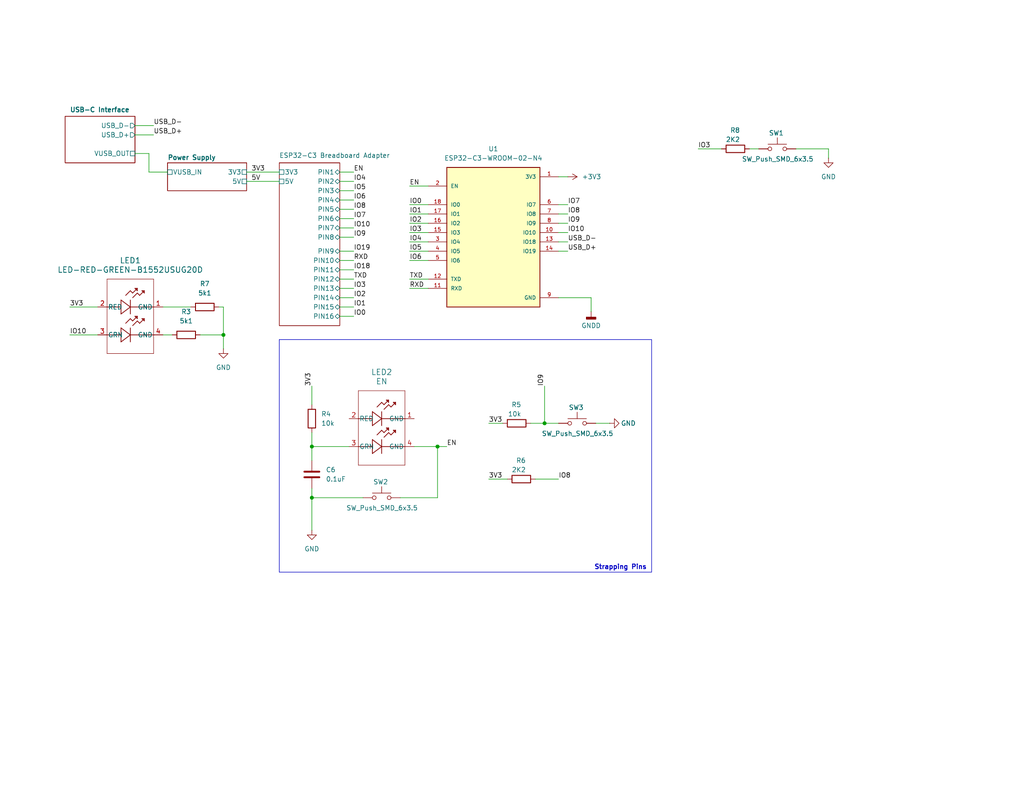
<source format=kicad_sch>
(kicad_sch (version 20231120) (generator "eeschema") (generator_version "8.0")
  (paper "USLetter")
  (title_block (title "ESP32-C3 Breadboard Adapter.") (date "2024-08-10") (rev "5"))
  (lib_symbols
    (symbol "Alexander KiCad Libraries:ESP32-C3-WROOM-02-N4" (pin_names (offset 1.016))
      (property "Reference" "U" (at -12.7 21.082 0))
      (property "Value" "ESP32-C3-WROOM-02-N4" (at -13.208 -19.05 0))
      (symbol "ESP32-C3-WROOM-02-N4_0_0"
        (rectangle (start -12.7 20.32) (end 12.7 -17.78) (stroke (width 0.254)) (fill (type background)))
        (pin power_in line (at 17.78 17.78 180) (length 5.08) (name "3V3") (number "1"))
        (pin bidirectional line (at 17.78 2.54 180) (length 5.08) (name "IO10") (number "10"))
        (pin bidirectional line (at -17.78 -12.7 0) (length 5.08) (name "RXD") (number "11"))
        (pin bidirectional line (at -17.78 -10.16 0) (length 5.08) (name "TXD") (number "12"))
        (pin bidirectional line (at 17.78 0 180) (length 5.08) (name "IO18") (number "13"))
        (pin bidirectional line (at 17.78 -2.54 180) (length 5.08) (name "IO19") (number "14"))
        (pin bidirectional line (at -17.78 2.54 0) (length 5.08) (name "IO3") (number "15"))
        (pin bidirectional line (at -17.78 5.08 0) (length 5.08) (name "IO2") (number "16"))
        (pin bidirectional line (at -17.78 7.62 0) (length 5.08) (name "IO1") (number "17"))
        (pin bidirectional line (at -17.78 10.16 0) (length 5.08) (name "IO0") (number "18"))
        (pin power_in line (at 17.78 -15.24 180) (length 5.08) hide (name "GND__1") (number "19"))
        (pin input line (at -17.78 15.24 0) (length 5.08) (name "EN") (number "2"))
        (pin power_in line (at 17.78 -15.24 180) (length 5.08) hide (name "GND__2") (number "20"))
        (pin power_in line (at 17.78 -15.24 180) (length 5.08) hide (name "GND__3") (number "21"))
        (pin power_in line (at 17.78 -15.24 180) (length 5.08) hide (name "GND__4") (number "22"))
        (pin power_in line (at 17.78 -15.24 180) (length 5.08) hide (name "GND__5") (number "23"))
        (pin power_in line (at 17.78 -15.24 180) (length 5.08) hide (name "GND__6") (number "24"))
        (pin power_in line (at 17.78 -15.24 180) (length 5.08) hide (name "GND__7") (number "25"))
        (pin power_in line (at 17.78 -15.24 180) (length 5.08) hide (name "GND__8") (number "26"))
        (pin power_in line (at 17.78 -15.24 180) (length 5.08) hide (name "GND__9") (number "27"))
        (pin power_in line (at 17.78 -15.24 180) (length 5.08) hide (name "GND__10") (number "28"))
        (pin power_in line (at 17.78 -15.24 180) (length 5.08) hide (name "GND__11") (number "29"))
        (pin bidirectional line (at -17.78 0 0) (length 5.08) (name "IO4") (number "3"))
        (pin power_in line (at 17.78 -15.24 180) (length 5.08) hide (name "GND__12") (number "30"))
        (pin power_in line (at 17.78 -15.24 180) (length 5.08) hide (name "GND__13") (number "31"))
        (pin power_in line (at 17.78 -15.24 180) (length 5.08) hide (name "GND__14") (number "32"))
        (pin power_in line (at 17.78 -15.24 180) (length 5.08) hide (name "GND__15") (number "33"))
        (pin power_in line (at 17.78 -15.24 180) (length 5.08) hide (name "GND__16") (number "34"))
        (pin power_in line (at 17.78 -15.24 180) (length 5.08) hide (name "GND__17") (number "35"))
        (pin power_in line (at 17.78 -15.24 180) (length 5.08) hide (name "GND__18") (number "36"))
        (pin power_in line (at 17.78 -15.24 180) (length 5.08) hide (name "GND__19") (number "37"))
        (pin power_in line (at 17.78 -15.24 180) (length 5.08) hide (name "GND__20") (number "38"))
        (pin power_in line (at 17.78 -15.24 180) (length 5.08) hide (name "GND__21") (number "39"))
        (pin bidirectional line (at -17.78 -2.54 0) (length 5.08) (name "IO5") (number "4"))
        (pin bidirectional line (at -17.78 -5.08 0) (length 5.08) (name "IO6") (number "5"))
        (pin bidirectional line (at 17.78 10.16 180) (length 5.08) (name "IO7") (number "6"))
        (pin bidirectional line (at 17.78 7.62 180) (length 5.08) (name "IO8") (number "7"))
        (pin bidirectional line (at 17.78 5.08 180) (length 5.08) (name "IO9") (number "8"))
        (pin power_in line (at 17.78 -15.24 180) (length 5.08) (name "GND") (number "9"))
      )
    )
    (symbol "Alexander_Library_Symbols:LED-RED-GREEN-B1552USUG20D" (pin_names (offset 0.254))
      (property "Reference" "LED" (at 8.89 20.955 0))
      (property "Value" "LED-RED-GREEN-B1552USUG20D" (at 8.89 17.78 0))
      (symbol "LED-RED-GREEN-B1552USUG20D_0_1"
        (polyline (pts (xy 2.54 -12.7) (xy 15.24 -12.7)) (stroke (width 0.127)))
        (polyline (pts (xy 2.54 -7.62) (xy 6.0198 -7.62)) (stroke (width 0.2032)))
        (polyline (pts (xy 2.54 0) (xy 6.0198 0)) (stroke (width 0.2032)))
        (polyline (pts (xy 2.54 7.62) (xy 2.54 -12.7)) (stroke (width 0.127)))
        (polyline (pts (xy 5.715 -7.62) (xy 6.35 -7.62)) (stroke (width 0.2032)))
        (polyline (pts (xy 5.715 0) (xy 6.35 0)) (stroke (width 0.2032)))
        (polyline (pts (xy 6.35 -9.525) (xy 8.89 -7.62)) (stroke (width 0.2032)))
        (polyline (pts (xy 6.35 -5.715) (xy 6.35 -9.525)) (stroke (width 0.2032)))
        (polyline (pts (xy 6.35 -1.905) (xy 8.89 0)) (stroke (width 0.2032)))
        (polyline (pts (xy 6.35 1.905) (xy 6.35 -1.905)) (stroke (width 0.2032)))
        (polyline (pts (xy 7.62 -4.445) (xy 8.89 -3.175)) (stroke (width 0.2032)))
        (polyline (pts (xy 7.62 3.175) (xy 8.89 4.445)) (stroke (width 0.2032)))
        (polyline (pts (xy 8.89 -9.525) (xy 8.89 -5.715)) (stroke (width 0.2032)))
        (polyline (pts (xy 8.89 -7.62) (xy 6.35 -5.715)) (stroke (width 0.2032)))
        (polyline (pts (xy 8.89 -7.62) (xy 15.24 -7.62)) (stroke (width 0.2032)))
        (polyline (pts (xy 8.89 -3.175) (xy 9.525 -3.81)) (stroke (width 0.2032)))
        (polyline (pts (xy 8.89 -1.905) (xy 8.89 1.905)) (stroke (width 0.2032)))
        (polyline (pts (xy 8.89 0) (xy 6.35 1.905)) (stroke (width 0.2032)))
        (polyline (pts (xy 8.89 0) (xy 15.24 0)) (stroke (width 0.2032)))
        (polyline (pts (xy 8.89 4.445) (xy 9.525 3.81)) (stroke (width 0.2032)))
        (polyline (pts (xy 9.525 -5.08) (xy 10.795 -3.81)) (stroke (width 0.2032)))
        (polyline (pts (xy 9.525 -3.81) (xy 10.795 -2.54)) (stroke (width 0.2032)))
        (polyline (pts (xy 9.525 2.54) (xy 10.795 3.81)) (stroke (width 0.2032)))
        (polyline (pts (xy 9.525 3.81) (xy 10.795 5.08)) (stroke (width 0.2032)))
        (polyline (pts (xy 10.16 -2.54) (xy 10.795 -3.175)) (stroke (width 0.2032)))
        (polyline (pts (xy 10.16 5.08) (xy 10.795 4.445)) (stroke (width 0.2032)))
        (polyline (pts (xy 10.795 -3.81) (xy 11.43 -4.445)) (stroke (width 0.2032)))
        (polyline (pts (xy 10.795 -3.175) (xy 10.795 -2.54)) (stroke (width 0.2032)))
        (polyline (pts (xy 10.795 -2.54) (xy 10.16 -2.54)) (stroke (width 0.2032)))
        (polyline (pts (xy 10.795 3.81) (xy 11.43 3.175)) (stroke (width 0.2032)))
        (polyline (pts (xy 10.795 4.445) (xy 10.795 5.08)) (stroke (width 0.2032)))
        (polyline (pts (xy 10.795 5.08) (xy 10.16 5.08)) (stroke (width 0.2032)))
        (polyline (pts (xy 11.43 -4.445) (xy 12.7 -3.175)) (stroke (width 0.2032)))
        (polyline (pts (xy 11.43 3.175) (xy 12.7 4.445)) (stroke (width 0.2032)))
        (polyline (pts (xy 12.065 -3.175) (xy 12.7 -3.81)) (stroke (width 0.2032)))
        (polyline (pts (xy 12.065 4.445) (xy 12.7 3.81)) (stroke (width 0.2032)))
        (polyline (pts (xy 12.7 -3.81) (xy 12.7 -3.175)) (stroke (width 0.2032)))
        (polyline (pts (xy 12.7 -3.175) (xy 12.065 -3.175)) (stroke (width 0.2032)))
        (polyline (pts (xy 12.7 3.81) (xy 12.7 4.445)) (stroke (width 0.2032)))
        (polyline (pts (xy 12.7 4.445) (xy 12.065 4.445)) (stroke (width 0.2032)))
        (polyline (pts (xy 15.24 -12.7) (xy 15.24 7.62)) (stroke (width 0.127)))
        (polyline (pts (xy 15.24 7.62) (xy 2.54 7.62)) (stroke (width 0.127)))
        (pin power_in line (at 17.78 0 180) (length 2.54) (name "GND") (number "1"))
        (pin power_out line (at 0 0 0) (length 2.54) (name "RED") (number "2"))
        (pin power_in line (at 0 -7.62 0) (length 2.54) (name "GRN") (number "3"))
        (pin power_out line (at 17.78 -7.62 180) (length 2.54) (name "GND") (number "4"))
      )
    )
    (symbol "Alexander_Library_Symbols:SW_Push_SMD_6x3.5" (pin_numbers hide) (pin_names (offset 1.016) hide)
      (property "Reference" "SW" (at 1.27 2.54 0))
      (property "Value" "SW_Push_SMD_6x3.5" (at 0 -1.524 0))
      (symbol "SW_Push_SMD_6x3.5_0_1"
        (circle (center -2.032 0) (radius 0.508))
        (polyline (pts (xy 0 1.27) (xy 0 3.048)))
        (polyline (pts (xy 2.54 1.27) (xy -2.54 1.27)))
        (circle (center 2.032 0) (radius 0.508))
        (pin passive line (at -5.08 0 0) (length 2.54) (name "1") (number "1"))
        (pin passive line (at 5.08 0 180) (length 2.54) (name "2") (number "2"))
      )
    )
    (symbol "Device:C" (pin_numbers hide) (pin_names (offset 0.254))
      (property "Reference" "C" (at 0.635 2.54 0))
      (property "Value" "C" (at 0.635 -2.54 0))
      (symbol "C_0_1"
        (polyline (pts (xy -2.032 -0.762) (xy 2.032 -0.762)) (stroke (width 0.508)))
        (polyline (pts (xy -2.032 0.762) (xy 2.032 0.762)) (stroke (width 0.508)))
      )
      (symbol "C_1_1"
        (pin passive line (at 0 3.81 270) (length 2.794) (name "~") (number "1"))
        (pin passive line (at 0 -3.81 90) (length 2.794) (name "~") (number "2"))
      )
    )
    (symbol "Device:R" (pin_numbers hide) (pin_names (offset 0))
      (property "Reference" "R" (at 2.032 0 90))
      (property "Value" "R" (at 0 0 90))
      (symbol "R_0_1"
        (rectangle (start -1.016 -2.54) (end 1.016 2.54) (stroke (width 0.254)))
      )
      (symbol "R_1_1"
        (pin passive line (at 0 3.81 270) (length 1.27) (name "~") (number "1"))
        (pin passive line (at 0 -3.81 90) (length 1.27) (name "~") (number "2"))
      )
    )
    (symbol "power:+3V3" (power) (pin_numbers hide) (pin_names (offset 0) hide)
      (property "Value" "+3V3" (at 0 3.556 0))
      (symbol "+3V3_0_1"
        (polyline (pts (xy -0.762 1.27) (xy 0 2.54)))
        (polyline (pts (xy 0 0) (xy 0 2.54)))
        (polyline (pts (xy 0 2.54) (xy 0.762 1.27)))
      )
      (symbol "+3V3_1_1"
        (pin power_in line (at 0 0 90) (length 0) (name "~") (number "1"))
      )
    )
    (symbol "power:GND" (power) (pin_numbers hide) (pin_names (offset 0) hide)
      (property "Value" "GND" (at 0 -3.81 0))
      (symbol "GND_0_1"
        (polyline (pts (xy 0 0) (xy 0 -1.27) (xy 1.27 -1.27) (xy 0 -2.54) (xy -1.27 -1.27) (xy 0 -1.27)))
      )
      (symbol "GND_1_1"
        (pin power_in line (at 0 0 270) (length 0) (name "~") (number "1"))
      )
    )
    (symbol "power:GNDD" (power) (pin_numbers hide) (pin_names (offset 0) hide)
      (property "Value" "GNDD" (at 0 -3.175 0))
      (symbol "GNDD_0_1"
        (rectangle (start -1.27 -1.524) (end 1.27 -2.032) (stroke (width 0.254)) (fill (type outline)))
        (polyline (pts (xy 0 0) (xy 0 -1.524)))
      )
      (symbol "GNDD_1_1"
        (pin power_in line (at 0 0 270) (length 0) (name "~") (number "1"))
      )
    )
  )
  (junction (at 148.59 115.57))
  (junction (at 119.38 121.92))
  (junction (at 60.96 91.44))
  (junction (at 85.09 121.92))
  (junction (at 85.09 135.89))
  (wire (pts (xy 119.38 121.92) (xy 121.92 121.92)))
  (wire (pts (xy 92.71 59.69) (xy 96.52 59.69)))
  (wire (pts (xy 36.83 34.29) (xy 41.91 34.29)))
  (wire (pts (xy 152.4 68.58) (xy 154.94 68.58)))
  (wire (pts (xy 92.71 68.58) (xy 96.52 68.58)))
  (wire (pts (xy 162.56 115.57) (xy 166.37 115.57)))
  (wire (pts (xy 92.71 49.53) (xy 96.52 49.53)))
  (wire (pts (xy 92.71 83.82) (xy 96.52 83.82)))
  (wire (pts (xy 152.4 81.28) (xy 161.29 81.28)))
  (wire (pts (xy 60.96 83.82) (xy 60.96 91.44)))
  (wire (pts (xy 119.38 135.89) (xy 119.38 121.92)))
  (wire (pts (xy 154.94 48.26) (xy 152.4 48.26)))
  (wire (pts (xy 92.71 81.28) (xy 96.52 81.28)))
  (wire (pts (xy 92.71 73.66) (xy 96.52 73.66)))
  (wire (pts (xy 111.76 68.58) (xy 116.84 68.58)))
  (wire (pts (xy 144.78 115.57) (xy 148.59 115.57)))
  (wire (pts (xy 85.09 121.92) (xy 85.09 118.11)))
  (wire (pts (xy 152.4 115.57) (xy 148.59 115.57)))
  (wire (pts (xy 85.09 121.92) (xy 95.25 121.92)))
  (wire (pts (xy 36.83 36.83) (xy 41.91 36.83)))
  (wire (pts (xy 92.71 52.07) (xy 96.52 52.07)))
  (wire (pts (xy 92.71 62.23) (xy 96.52 62.23)))
  (wire (pts (xy 133.35 115.57) (xy 137.16 115.57)))
  (wire (pts (xy 152.4 66.04) (xy 154.94 66.04)))
  (wire (pts (xy 146.05 130.81) (xy 152.4 130.81)))
  (wire (pts (xy 148.59 115.57) (xy 148.59 105.41)))
  (wire (pts (xy 113.03 121.92) (xy 119.38 121.92)))
  (wire (pts (xy 92.71 46.99) (xy 96.52 46.99)))
  (wire (pts (xy 92.71 76.2) (xy 96.52 76.2)))
  (wire (pts (xy 92.71 86.36) (xy 96.52 86.36)))
  (wire (pts (xy 92.71 64.77) (xy 96.52 64.77)))
  (wire (pts (xy 109.22 135.89) (xy 119.38 135.89)))
  (wire (pts (xy 111.76 66.04) (xy 116.84 66.04)))
  (wire (pts (xy 40.64 46.99) (xy 40.64 41.91)))
  (wire (pts (xy 92.71 78.74) (xy 96.52 78.74)))
  (wire (pts (xy 19.05 91.44) (xy 26.67 91.44)))
  (wire (pts (xy 111.76 60.96) (xy 116.84 60.96)))
  (wire (pts (xy 111.76 63.5) (xy 116.84 63.5)))
  (wire (pts (xy 111.76 76.2) (xy 116.84 76.2)))
  (wire (pts (xy 54.61 91.44) (xy 60.96 91.44)))
  (wire (pts (xy 111.76 78.74) (xy 116.84 78.74)))
  (wire (pts (xy 59.69 83.82) (xy 60.96 83.82)))
  (wire (pts (xy 67.31 46.99) (xy 76.2 46.99)))
  (wire (pts (xy 40.64 41.91) (xy 36.83 41.91)))
  (wire (pts (xy 44.45 91.44) (xy 46.99 91.44)))
  (wire (pts (xy 45.72 46.99) (xy 40.64 46.99)))
  (wire (pts (xy 226.06 43.18) (xy 226.06 40.64)))
  (wire (pts (xy 60.96 91.44) (xy 60.96 95.25)))
  (wire (pts (xy 152.4 58.42) (xy 154.94 58.42)))
  (wire (pts (xy 111.76 50.8) (xy 116.84 50.8)))
  (wire (pts (xy 152.4 55.88) (xy 154.94 55.88)))
  (wire (pts (xy 161.29 81.28) (xy 161.29 85.09)))
  (wire (pts (xy 85.09 105.41) (xy 85.09 110.49)))
  (wire (pts (xy 226.06 40.64) (xy 217.17 40.64)))
  (wire (pts (xy 85.09 133.35) (xy 85.09 135.89)))
  (wire (pts (xy 133.35 130.81) (xy 138.43 130.81)))
  (wire (pts (xy 111.76 55.88) (xy 116.84 55.88)))
  (wire (pts (xy 92.71 57.15) (xy 96.52 57.15)))
  (wire (pts (xy 152.4 63.5) (xy 154.94 63.5)))
  (wire (pts (xy 111.76 71.12) (xy 116.84 71.12)))
  (wire (pts (xy 207.01 40.64) (xy 204.47 40.64)))
  (wire (pts (xy 85.09 135.89) (xy 99.06 135.89)))
  (wire (pts (xy 92.71 71.12) (xy 96.52 71.12)))
  (wire (pts (xy 111.76 58.42) (xy 116.84 58.42)))
  (wire (pts (xy 92.71 54.61) (xy 96.52 54.61)))
  (wire (pts (xy 19.05 83.82) (xy 26.67 83.82)))
  (wire (pts (xy 85.09 135.89) (xy 85.09 144.78)))
  (wire (pts (xy 67.31 49.53) (xy 76.2 49.53)))
  (wire (pts (xy 85.09 121.92) (xy 85.09 125.73)))
  (wire (pts (xy 190.5 40.64) (xy 196.85 40.64)))
  (wire (pts (xy 44.45 83.82) (xy 52.07 83.82)))
  (wire (pts (xy 152.4 60.96) (xy 154.94 60.96)))
  (rectangle (start 76.2 92.71) (end 177.8 156.21))
  (text "Strapping Pins" (at 176.53 154.94 0) (effects (font (size 1.27 1.27) (thickness 0.254) (bold yes)) (justify right)))
  (label "IO6" (at 111.76 71.12 0))
  (label "IO10" (at 154.94 63.5 0))
  (label "IO8" (at 96.52 57.15 0))
  (label "3V3" (at 133.35 130.81 0))
  (label "IO4" (at 96.52 49.53 0))
  (label "IO1" (at 111.76 58.42 0))
  (label "IO6" (at 96.52 54.61 0))
  (label "IO3" (at 111.76 63.5 0))
  (label "IO1" (at 96.52 83.82 0))
  (label "IO5" (at 96.52 52.07 0))
  (label "RXD" (at 111.76 78.74 0))
  (label "IO10" (at 19.05 91.44 0))
  (label "USB_D+" (at 154.94 68.58 0))
  (label "IO0" (at 111.76 55.88 0))
  (label "EN" (at 96.52 46.99 0))
  (label "3V3" (at 133.35 115.57 0))
  (label "RXD" (at 96.52 71.12 0))
  (label "5V" (at 68.58 49.53 0))
  (label "IO2" (at 111.76 60.96 0))
  (label "3V3" (at 85.09 105.41 90))
  (label "IO2" (at 96.52 81.28 0))
  (label "IO5" (at 111.76 68.58 0))
  (label "EN" (at 121.92 121.92 0))
  (label "IO9" (at 148.59 105.41 90))
  (label "EN" (at 111.76 50.8 0))
  (label "IO18" (at 96.52 73.66 0))
  (label "IO9" (at 96.52 64.77 0))
  (label "USB_D-" (at 41.91 34.29 0))
  (label "IO8" (at 152.4 130.81 0))
  (label "TXD" (at 111.76 76.2 0))
  (label "IO3" (at 96.52 78.74 0))
  (label "IO3" (at 190.5 40.64 0))
  (label "3V3" (at 68.58 46.99 0))
  (label "IO19" (at 96.52 68.58 0))
  (label "IO7" (at 154.94 55.88 0))
  (label "IO7" (at 96.52 59.69 0))
  (label "IO0" (at 96.52 86.36 0))
  (label "USB_D+" (at 41.91 36.83 0))
  (label "TXD" (at 96.52 76.2 0))
  (label "USB_D-" (at 154.94 66.04 0))
  (label "IO10" (at 96.52 62.23 0))
  (label "IO4" (at 111.76 66.04 0))
  (label "IO9" (at 154.94 60.96 0))
  (label "IO8" (at 154.94 58.42 0))
  (label "3V3" (at 19.05 83.82 0))
  (symbol (lib_id "power:GND") (at 85.09 144.78 0) (unit 1)
    (property "Reference" "#PWR020" (effects (hide yes)))
    (property "Value" "GND" (at 85.09 149.86 0))
    (property "Description" "Power symbol creates a global label with name \"GND\" , ground" (effects (hide yes)))
  )
  (symbol (lib_id "Device:R") (at 142.24 130.81 90) (unit 1)
    (property "Reference" "R6" (at 143.51 125.73 90) (effects (justify left)))
    (property "Value" "2K2" (at 143.51 128.27 90) (effects (justify left)))
    (property "Footprint" "Resistor_SMD:R_1206_3216Metric_Pad1.30x1.75mm_HandSolder" (effects (hide yes)))
    (property "Description" "Resistor" (effects (hide yes)))
  )
  (symbol (lib_id "Alexander_Library_Symbols:LED-RED-GREEN-B1552USUG20D") (at 26.67 83.82 0) (unit 1)
    (property "Reference" "LED1" (at 35.56 71.12 0) (effects (font (size 1.524 1.524))))
    (property "Value" "LED-RED-GREEN-B1552USUG20D" (at 35.56 73.66 0) (effects (font (size 1.524 1.524))))
    (property "Footprint" "Alexander Footprint Library:LED_B1552_HVK-M" (effects (hide yes)))
    (property "Datasheet" "B1552USUG20D000113U1930" (effects (hide yes)))
  )
  (symbol (lib_id "Alexander_Library_Symbols:SW_Push_SMD_6x3.5") (at 212.09 40.64 0) (unit 1)
    (property "Reference" "SW1" (at 213.868 36.322 0) (effects (justify right)))
    (property "Value" "SW_Push_SMD_6x3.5" (at 221.996 43.434 0) (effects (justify right)))
    (property "Footprint" "Alexander Footprint Library:SW_PUSH_6x3.5mm" (effects (hide yes)))
  )
  (symbol (lib_id "Device:R") (at 140.97 115.57 90) (unit 1)
    (property "Reference" "R5" (at 142.24 110.49 90) (effects (justify left)))
    (property "Value" "10k" (at 142.24 113.03 90) (effects (justify left)))
    (property "Footprint" "Resistor_SMD:R_1206_3216Metric_Pad1.30x1.75mm_HandSolder" (effects (hide yes)))
    (property "Description" "Resistor" (effects (hide yes)))
  )
  (symbol (lib_id "power:GND") (at 60.96 95.25 0) (unit 1)
    (property "Reference" "#PWR017" (effects (hide yes)))
    (property "Value" "GND" (at 60.96 100.33 0))
    (property "Description" "Power symbol creates a global label with name \"GND\" , ground" (effects (hide yes)))
  )
  (symbol (lib_id "Device:R") (at 55.88 83.82 270) (unit 1)
    (property "Reference" "R7" (at 55.88 77.47 90))
    (property "Value" "5k1" (at 55.88 80.01 90))
    (property "Footprint" "Resistor_SMD:R_1206_3216Metric_Pad1.30x1.75mm_HandSolder" (effects (hide yes)))
    (property "Description" "Resistor" (effects (hide yes)))
  )
  (symbol (lib_id "Alexander_Library_Symbols:LED-RED-GREEN-B1552USUG20D") (at 95.25 114.3 0) (unit 1)
    (property "Reference" "LED2" (at 104.14 101.6 0) (effects (font (size 1.524 1.524))))
    (property "Value" "EN" (at 104.14 104.14 0) (effects (font (size 1.524 1.524))))
    (property "Footprint" "Alexander Footprint Library:LED_B1552_HVK-M" (effects (hide yes)))
    (property "Datasheet" "B1552USUG20D000113U1930" (effects (hide yes)))
  )
  (symbol (lib_id "Alexander_Library_Symbols:SW_Push_SMD_6x3.5") (at 157.48 115.57 0) (unit 1)
    (property "Reference" "SW3" (at 159.258 111.252 0) (effects (justify right)))
    (property "Value" "SW_Push_SMD_6x3.5" (at 167.386 118.364 0) (effects (justify right)))
    (property "Footprint" "Alexander Footprint Library:SW_PUSH_6x3.5mm" (effects (hide yes)))
  )
  (symbol (lib_id "Alexander_Library_Symbols:SW_Push_SMD_6x3.5") (at 104.14 135.89 0) (unit 1)
    (property "Reference" "SW2" (at 105.918 131.572 0) (effects (justify right)))
    (property "Value" "SW_Push_SMD_6x3.5" (at 114.046 138.684 0) (effects (justify right)))
    (property "Footprint" "Alexander Footprint Library:SW_PUSH_6x3.5mm" (effects (hide yes)))
  )
  (symbol (lib_id "Alexander KiCad Libraries:ESP32-C3-WROOM-02-N4") (at 134.62 66.04 0) (unit 1)
    (property "Reference" "U1" (at 134.62 40.64 0))
    (property "Value" "ESP32-C3-WROOM-02-N4" (at 134.62 43.18 0))
    (property "Footprint" "Alexander Footprint Library:ESP32-C3-WROOM-02-H4" (effects (hide yes)))
    (property "MP" "ESP32-C3-WROOM-02-H4" (effects (hide yes)))
  )
  (symbol (lib_id "Device:R") (at 200.66 40.64 90) (unit 1)
    (property "Reference" "R8" (at 201.93 35.56 90) (effects (justify left)))
    (property "Value" "2K2" (at 201.93 38.1 90) (effects (justify left)))
    (property "Footprint" "Resistor_SMD:R_1206_3216Metric_Pad1.30x1.75mm_HandSolder" (effects (hide yes)))
    (property "Description" "Resistor" (effects (hide yes)))
  )
  (symbol (lib_id "Device:R") (at 85.09 114.3 0) (unit 1)
    (property "Reference" "R4" (at 87.63 113.0299 0) (effects (justify left)))
    (property "Value" "10k" (at 87.63 115.5699 0) (effects (justify left)))
    (property "Footprint" "Resistor_SMD:R_1206_3216Metric_Pad1.30x1.75mm_HandSolder" (effects (hide yes)))
    (property "Description" "Resistor" (effects (hide yes)))
  )
  (symbol (lib_id "power:GND") (at 226.06 43.18 0) (unit 1)
    (property "Reference" "#PWR018" (effects (hide yes)))
    (property "Value" "GND" (at 226.06 48.26 0))
    (property "Description" "Power symbol creates a global label with name \"GND\" , ground" (effects (hide yes)))
  )
  (symbol (lib_id "power:GNDD") (at 161.29 85.09 0) (unit 1)
    (property "Reference" "#PWR06" (effects (hide yes)))
    (property "Value" "GNDD" (at 161.29 88.9 0))
    (property "Description" "Power symbol creates a global label with name \"GNDD\" , digital ground" (effects (hide yes)))
  )
  (symbol (lib_id "power:GND") (at 166.37 115.57 90) (unit 1)
    (property "Reference" "#PWR021" (effects (hide yes)))
    (property "Value" "GND" (at 171.45 115.57 90))
    (property "Description" "Power symbol creates a global label with name \"GND\" , ground" (effects (hide yes)))
  )
  (symbol (lib_id "Device:C") (at 85.09 129.54 0) (unit 1) (on_board no)
    (property "Reference" "C6" (at 88.9 128.2699 0) (effects (justify left)))
    (property "Value" "0.1uF" (at 88.9 130.8099 0) (effects (justify left)))
    (property "Footprint" "Resistor_SMD:R_0612_1632Metric_Pad1.18x3.40mm_HandSolder" (effects (hide yes)))
    (property "Description" "Unpolarized capacitor" (effects (hide yes)))
  )
  (symbol (lib_id "Device:R") (at 50.8 91.44 270) (unit 1)
    (property "Reference" "R3" (at 50.8 85.09 90))
    (property "Value" "5k1" (at 50.8 87.63 90))
    (property "Footprint" "Resistor_SMD:R_1206_3216Metric_Pad1.30x1.75mm_HandSolder" (effects (hide yes)))
    (property "Description" "Resistor" (effects (hide yes)))
  )
  (symbol (lib_id "power:+3V3") (at 154.94 48.26 270) (unit 1)
    (property "Reference" "#PWR07" (effects (hide yes)))
    (property "Value" "+3V3" (at 158.75 48.2599 90) (effects (justify left)))
    (property "Description" "Power symbol creates a global label with name \"+3V3\"" (effects (hide yes)))
  )
  (sheet (at 45.72 44.45) (size 21.59 7.62) (stroke (width 0.1524))
    (property "Sheetname" "Power Supply" (at 45.72 43.7384 0) (effects (font (bold yes)) (justify left bottom)))
    (property "Sheetfile" "power_supply.kicad_sch" (effects (hide yes)))
    (pin "3V3" passive (at 67.31 46.99 0))
    (pin "5V" passive (at 67.31 49.53 0))
    (pin "VUSB_IN" passive (at 45.72 46.99 180))
  )
  (sheet (at 17.78 31.75) (size 19.05 12.7) (stroke (width 0.1524))
    (property "Sheetname" "USB-C Interface" (at 19.05 29.21 0) (effects (font (bold yes)) (justify left top)))
    (property "Sheetfile" "usb-c_interface.kicad_sch" (effects (hide yes)))
    (pin "USB_D-" output (at 36.83 34.29 0))
    (pin "USB_D+" output (at 36.83 36.83 0))
    (pin "VUSB_OUT" passive (at 36.83 41.91 0))
  )
  (sheet (at 76.2 44.45) (size 16.51 44.45) (stroke (width 0.1524))
    (property "Sheetname" "ESP32-C3 Breadboard Adapter" (at 76.2 43.18 0) (effects (justify left bottom)))
    (property "Sheetfile" "adapter_board.kicad_sch" (effects (hide yes)))
    (pin "3V3" passive (at 76.2 46.99 180))
    (pin "5V" passive (at 76.2 49.53 180))
    (pin "PIN2" bidirectional (at 92.71 49.53 0))
    (pin "PIN1" bidirectional (at 92.71 46.99 0))
    (pin "PIN4" bidirectional (at 92.71 54.61 0))
    (pin "PIN3" bidirectional (at 92.71 52.07 0))
    (pin "PIN5" bidirectional (at 92.71 57.15 0))
    (pin "PIN7" bidirectional (at 92.71 62.23 0))
    (pin "PIN6" bidirectional (at 92.71 59.69 0))
    (pin "PIN8" bidirectional (at 92.71 64.77 0))
    (pin "PIN13" bidirectional (at 92.71 78.74 0))
    (pin "PIN14" bidirectional (at 92.71 81.28 0))
    (pin "PIN15" bidirectional (at 92.71 83.82 0))
    (pin "PIN16" bidirectional (at 92.71 86.36 0))
    (pin "PIN9" bidirectional (at 92.71 68.58 0))
    (pin "PIN10" bidirectional (at 92.71 71.12 0))
    (pin "PIN11" bidirectional (at 92.71 73.66 0))
    (pin "PIN12" bidirectional (at 92.71 76.2 0))
  )
)
</source>
